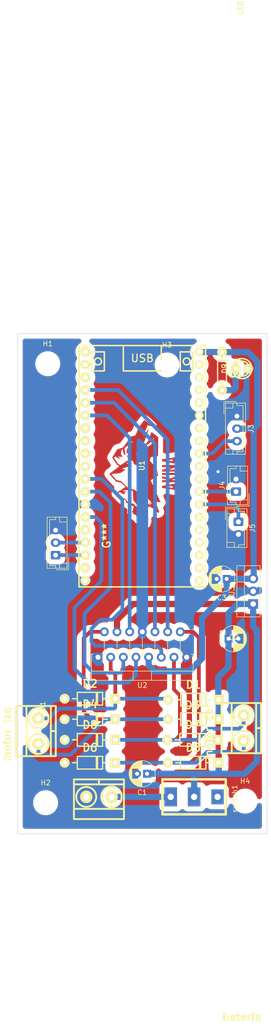
<source format=kicad_pcb>
(kicad_pcb (version 20211014) (generator pcbnew)
  (layers (0 "F.Cu" signal) (31 "B.Cu" signal) (34 "B.Paste" user) (35 "F.Paste" user) (36 "B.SilkS" user "B.Silkscreen") (37 "F.SilkS" user "F.Silkscreen") (38 "B.Mask" user) (39 "F.Mask" user) (44 "Edge.Cuts" user))
  (net 0 "")
  (net 1 "VCC")
  (net 2 "Net-(D1-Pad1)")
  (net 3 "Net-(D3-Pad1)")
  (net 4 "Net-(D5-Pad1)")
  (net 5 "Net-(D7-Pad1)")
  (net 6 "/pin_IR")
  (net 7 "GND")
  (net 8 "+BATT")
  (net 15 "/SERVO")
  (net 24 "+5V")
  (net 28 "/IN4")
  (net 29 "/IN3")
  (net 30 "/ENA")
  (net 32 "/IN1")
  (net 33 "/IN2")
  (net 34 "/ENB")
  (net 36 "/TX0")
  (net 37 "/LED_2")
  (net 38 "Net-(D9-Pad2)")
  (net 39 "/LED_1")
  (footprint "EESTN5:ESP32S" (layer "F.Cu") (at 138 86.51 90)
    (fp_text reference "U1")
    (fp_text value "ESP32_DEVKITC" hide)
  )
  (footprint "EESTN5:BORNERA2_AZUL" (layer "F.Cu") (at 129.3 152.62375 180)
    (fp_text reference "J2" hide)
    (fp_text value "bateria")
  )
  (footprint "EESTN5:DO-41" (layer "F.Cu") (at 148.25 137.1)
    (fp_text reference "D3")
    (fp_text value "1n4001" hide)
  )
  (footprint "ikani:ikani" (layer "F.Cu") (at 138 87.5 90)
    (fp_text reference "G***")
    (fp_text value "LOGO" hide)
  )
  (footprint "Package_TO_SOT_THT:TO-220-15_P2.54x2.54mm_StaggerEven_Lead4.58mm_Vertical" (layer "F.Cu") (at 146.895 124.7 180)
    (fp_text reference "U2")
    (fp_text value "L298(H)N")
  )
  (footprint "MountingHole:MountingHole_3mm" (layer "F.Cu") (at 119.03 66.02)
    (fp_text reference "H1")
    (fp_text value "MountingHole")
  )
  (footprint "EESTN5:DO-41" (layer "F.Cu") (at 148.25 133.2)
    (fp_text reference "D1")
    (fp_text value "1n4001" hide)
  )
  (footprint "MountingHole:MountingHole_3mm" (layer "F.Cu") (at 158.63 153.47)
    (fp_text reference "H4")
    (fp_text value "MountingHole")
  )
  (footprint "EESTN5:DO-41" (layer "F.Cu") (at 127.5 145.796)
    (fp_text reference "D6")
    (fp_text value "1n4001" hide)
  )
  (footprint "Connector_JST:JST_EH_B2B-EH-A_1x02_P2.50mm_Vertical" (layer "F.Cu") (at 156.82 91.59 90)
    (fp_text reference "J4")
    (fp_text value "Salida Led")
  )
  (footprint "EESTN5:DO-41" (layer "F.Cu") (at 127.5 141.224)
    (fp_text reference "D8")
    (fp_text value "1n4001" hide)
  )
  (footprint "Capacitor_THT:CP_Radial_D5.0mm_P2.00mm" (layer "F.Cu") (at 138.955113 148 180)
    (fp_text reference "C1")
    (fp_text value "220uf")
  )
  (footprint "EESTN5:RES0.3" (layer "F.Cu") (at 154 67.5 -90)
    (fp_text reference "R1")
    (fp_text value "1k" hide)
  )
  (footprint "EESTN5:BORNERA2_AZUL" (layer "F.Cu") (at 158.34 138.88 90)
    (fp_text reference "J7" hide)
    (fp_text value "motor der")
  )
  (footprint "Connector_JST:JST_EH_B3B-EH-A_1x03_P2.50mm_Vertical" (layer "F.Cu") (at 120.6 104.3 90)
    (fp_text reference "J1")
    (fp_text value "salida emisor")
  )
  (footprint "MountingHole:MountingHole_3mm" (layer "F.Cu") (at 118.6 153.8)
    (fp_text reference "H2")
    (fp_text value "MountingHole")
  )
  (footprint "EESTN5:DO-41" (layer "F.Cu") (at 127.5 137.1)
    (fp_text reference "D4")
    (fp_text value "1n4001" hide)
  )
  (footprint "Capacitor_THT:CP_Radial_D5.0mm_P2.00mm" (layer "F.Cu") (at 154.93 109.05 180)
    (fp_text reference "C3")
    (fp_text value "220uf")
  )
  (footprint "MountingHole:MountingHole_3mm" (layer "F.Cu") (at 142.96 66.26)
    (fp_text reference "H3")
    (fp_text value "MountingHole")
  )
  (footprint "Capacitor_THT:CP_Radial_D5.0mm_P2.00mm" (layer "F.Cu") (at 155.3 121)
    (fp_text reference "C2")
    (fp_text value "10uf")
  )
  (footprint "EESTN5:led_3mm_clear" (layer "F.Cu") (at 158 67 -90)
    (fp_text reference "D9")
    (fp_text value "LED")
  )
  (footprint "EESTN5:DO-41" (layer "F.Cu") (at 148.209 145.796)
    (fp_text reference "D5")
    (fp_text value "1n4001" hide)
  )
  (footprint "EESTN5:DO-41" (layer "F.Cu") (at 148.082 141.224)
    (fp_text reference "D7")
    (fp_text value "1n4001" hide)
  )
  (footprint "EESTN5:DO-41" (layer "F.Cu") (at 127.5 133)
    (fp_text reference "D2")
    (fp_text value "1n4001" hide)
  )
  (footprint "Connector_JST:JST_EH_B2B-EH-A_1x02_P2.50mm_Vertical" (layer "F.Cu") (at 157.29 97.63 -90)
    (fp_text reference "J5")
    (fp_text value "Salida led")
  )
  (footprint "Package_TO_SOT_THT:TO-220-3_Vertical" (layer "F.Cu") (at 160.25 114.06 90)
    (fp_text reference "U3")
    (fp_text value "LM78M05")
  )
  (footprint "EESTN5:BORNERA2_AZUL" (layer "F.Cu") (at 117.15 139.47 90)
    (fp_text reference "J6" hide)
    (fp_text value "motor izq")
  )
  (footprint "Connector_JST:JST_EH_B3B-EH-A_1x03_P2.50mm_Vertical" (layer "F.Cu") (at 157 76.5 -90)
    (fp_text reference "J3")
    (fp_text value "Salida Servo")
  )
  (footprint "EESTN5:SW_SPDT_TH_Vertical" (layer "F.Cu") (at 148.4 152.62375 -90)
    (fp_text reference "switch1")
    (fp_text value "SW_SPDT" hide)
  )
  (gr_rect (start 113 60) (end 163 160) (layer "Edge.Cuts") (width 0.1) (fill none))
  (segment (start 132.925 117.265) (end 136.13 114.06) (width 1.25) (layer "F.Cu") (net 1))
  (segment (start 136.13 114.06) (end 160.25 114.06) (width 1.25) (layer "F.Cu") (net 1))
  (segment (start 153.33 137.1) (end 153.33 145.7) (width 1.25) (layer "F.Cu") (net 1))
  (segment (start 132.925 119.62) (end 132.925 117.265) (width 1.25) (layer "F.Cu") (net 1))
  (segment (start 155.3 126.61) (end 153.755 128.155) (width 1.25) (layer "B.Cu") (net 1))
  (segment (start 155.3 121) (end 155.3 126.61) (width 1.25) (layer "B.Cu") (net 1))
  (segment (start 152.9 148) (end 151.4 148) (width 1.25) (layer "B.Cu") (net 1))
  (segment (start 151.4 148) (end 148.2032 148) (width 1.25) (layer "B.Cu") (net 1))
  (segment (start 153.25 132.92) (end 153.33 133) (width 1.25) (layer "B.Cu") (net 1))
  (segment (start 148.4 148.1968) (end 148.4 152.62375) (width 1.25) (layer "B.Cu") (net 1))
  (segment (start 152.9 148) (end 152.9005 147.9995) (width 1.25) (layer "B.Cu") (net 1))
  (segment (start 153.755 128.155) (end 153.25 128.66) (width 1.25) (layer "B.Cu") (net 1))
  (segment (start 157.14 114.06) (end 155.3 115.9) (width 1.25) (layer "B.Cu") (net 1))
  (segment (start 153.33 133) (end 153.33 137) (width 1.25) (layer "B.Cu") (net 1))
  (segment (start 148.2032 148) (end 138.955113 148) (width 1.25) (layer "B.Cu") (net 1))
  (segment (start 155.3 115.9) (end 155.3 121) (width 1.25) (layer "B.Cu") (net 1))
  (segment (start 151.424728 148.024728) (end 151.4 148) (width 0.75) (layer "B.Cu") (net 1))
  (segment (start 153.33 147.57) (end 153.33 145.7) (width 1.25) (layer "B.Cu") (net 1))
  (segment (start 152.9005 147.9995) (end 158.5405 147.9995) (width 1.25) (layer "B.Cu") (net 1))
  (segment (start 160.25 118.55) (end 160.25 114.06) (width 1.25) (layer "B.Cu") (net 1))
  (segment (start 148.2032 148) (end 148.4 148.1968) (width 1.25) (layer "B.Cu") (net 1))
  (segment (start 153.25 128.66) (end 153.25 132.92) (width 1.25) (layer "B.Cu") (net 1))
  (segment (start 160.25 114.06) (end 160.21 114.1) (width 1.25) (layer "B.Cu") (net 1))
  (segment (start 161 119.3) (end 160.25 118.55) (width 1.25) (layer "B.Cu") (net 1))
  (segment (start 160.25 114.06) (end 157.14 114.06) (width 1.25) (layer "B.Cu") (net 1))
  (segment (start 161 145.54) (end 161 119.3) (width 1.25) (layer "B.Cu") (net 1))
  (segment (start 153.2 147.7) (end 153.33 147.57) (width 1.25) (layer "B.Cu") (net 1))
  (segment (start 153.2 147.7) (end 152.9 148) (width 1.25) (layer "B.Cu") (net 1))
  (segment (start 158.5405 147.9995) (end 161 145.54) (width 1.25) (layer "B.Cu") (net 1))
  (segment (start 132.6 128.2) (end 132.58 128.22) (width 0.75) (layer "F.Cu") (net 2))
  (segment (start 132.58 128.22) (end 132.58 133) (width 0.75) (layer "F.Cu") (net 2))
  (segment (start 131.655 127.255) (end 132.6 128.2) (width 0.75) (layer "F.Cu") (net 2))
  (segment (start 131.655 124.7) (end 131.655 127.255) (width 0.75) (layer "F.Cu") (net 2))
  (segment (start 132.58 133) (end 142.97 133) (width 0.75) (layer "B.Cu") (net 2))
  (segment (start 117.15 136.93) (end 119.27 136.93) (width 0.75) (layer "B.Cu") (net 2))
  (segment (start 142.97 133) (end 143.17 133.2) (width 0.75) (layer "B.Cu") (net 2))
  (segment (start 121.23 134.97) (end 132.35 134.97) (width 0.75) (layer "B.Cu") (net 2))
  (segment (start 132.58 134.74) (end 132.58 133) (width 0.75) (layer "B.Cu") (net 2))
  (segment (start 119.27 136.93) (end 121.23 134.97) (width 0.75) (layer "B.Cu") (net 2))
  (segment (start 132.35 134.97) (end 132.58 134.74) (width 0.75) (layer "B.Cu") (net 2))
  (segment (start 126.238 120.904) (end 127.522 119.62) (width 0.75) (layer "F.Cu") (net 3))
  (segment (start 126.238 135.509) (end 126.238 120.904) (width 0.75) (layer "F.Cu") (net 3))
  (segment (start 127.829 137.1) (end 126.238 135.509) (width 0.75) (layer "F.Cu") (net 3))
  (segment (start 132.58 137.1) (end 127.829 137.1) (width 0.75) (layer "F.Cu") (net 3))
  (segment (start 127.522 119.62) (end 130.385 119.62) (width 0.75) (layer "F.Cu") (net 3))
  (segment (start 123.6 144.2) (end 130.7 137.1) (width 0.75) (layer "B.Cu") (net 3))
  (segment (start 117.15 142.01) (end 117.15 143.75) (width 0.75) (layer "B.Cu") (net 3))
  (segment (start 117.15 143.75) (end 117.6 144.2) (width 0.75) (layer "B.Cu") (net 3))
  (segment (start 130.7 137.1) (end 132.58 137.1) (width 0.75) (layer "B.Cu") (net 3))
  (segment (start 132.78 137) (end 132.58 136.8) (width 0.75) (layer "B.Cu") (net 3))
  (segment (start 117.6 144.2) (end 123.6 144.2) (width 0.75) (layer "B.Cu") (net 3))
  (segment (start 132.58 137.1) (end 143.17 137.1) (width 0.75) (layer "B.Cu") (net 3))
  (segment (start 145.625 119.62) (end 148.195 119.62) (width 0.75) (layer "F.Cu") (net 4))
  (segment (start 149.352 144.145) (end 147.701 145.796) (width 0.75) (layer "F.Cu") (net 4))
  (segment (start 147.701 145.796) (end 143.129 145.796) (width 0.75) (layer "F.Cu") (net 4))
  (segment (start 148.195 119.62) (end 149.352 120.777) (width 0.75) (layer "F.Cu") (net 4))
  (segment (start 149.352 120.777) (end 149.352 144.145) (width 0.75) (layer "F.Cu") (net 4))
  (segment (start 158.34 143.412) (end 158.34 141.42) (width 0.75) (layer "B.Cu") (net 4))
  (segment (start 143.129 145.796) (end 148.844 145.796) (width 0.75) (layer "B.Cu") (net 4))
  (segment (start 132.58 145.796) (end 143.129 145.796) (width 0.75) (layer "B.Cu") (net 4))
  (segment (start 158.115 143.637) (end 158.34 143.412) (width 0.75) (layer "B.Cu") (net 4))
  (segment (start 151.003 143.637) (end 158.115 143.637) (width 0.75) (layer "B.Cu") (net 4))
  (segment (start 148.844 145.796) (end 151.003 143.637) (width 0.75) (layer "B.Cu") (net 4))
  (segment (start 145.542 132.334) (end 145.542 140.335) (width 0.75) (layer "F.Cu") (net 5))
  (segment (start 144.653 141.224) (end 143.002 141.224) (width 0.75) (layer "F.Cu") (net 5))
  (segment (start 144.355 124.7) (end 144.355 131.147) (width 0.75) (layer "F.Cu") (net 5))
  (segment (start 145.542 140.335) (end 144.653 141.224) (width 0.75) (layer "F.Cu") (net 5))
  (segment (start 144.355 131.147) (end 145.542 132.334) (width 0.75) (layer "F.Cu") (net 5))
  (segment (start 157.418 139) (end 158.34 138.078) (width 0.75) (layer "B.Cu") (net 5))
  (segment (start 143.002 141.224) (end 148.971 141.224) (width 0.75) (layer "B.Cu") (net 5))
  (segment (start 132.58 141.224) (end 143.002 141.224) (width 0.75) (layer "B.Cu") (net 5))
  (segment (start 151.195 139) (end 157.418 139) (width 0.75) (layer "B.Cu") (net 5))
  (segment (start 148.971 141.224) (end 151.195 139) (width 0.75) (layer "B.Cu") (net 5))
  (segment (start 158.34 138.078) (end 158.34 136.34) (width 0.75) (layer "B.Cu") (net 5))
  (segment (start 126.56 104.28) (end 126.57 104.29) (width 0.75) (layer "B.Cu") (net 6))
  (segment (start 120.62 104.28) (end 126.56 104.28) (width 0.75) (layer "B.Cu") (net 6))
  (segment (start 120.6 104.3) (end 120.62 104.28) (width 0.75) (layer "B.Cu") (net 6))
  (via (at 153.2 87.6) (size 2) (drill 0.6) (layers "F.Cu" "B.Cu") (net 7))
  (segment (start 131.84 152.62375) (end 143.7 152.62375) (width 1.25) (layer "B.Cu") (net 8))
  (segment (start 154.5 81.5) (end 157 81.5) (width 0.75) (layer "B.Cu") (net 15))
  (segment (start 149.43 83.97) (end 152.03 83.97) (width 0.75) (layer "B.Cu") (net 15))
  (segment (start 152.03 83.97) (end 154.5 81.5) (width 0.75) (layer "B.Cu") (net 15))
  (segment (start 139.275 126.321) (end 140.462 127.508) (width 1.25) (layer "B.Cu") (net 24))
  (segment (start 154 63.69) (end 149.47 63.69) (width 1.25) (layer "B.Cu") (net 24))
  (segment (start 161.094001 78.330999) (end 161.094001 65.594001) (width 1.25) (layer "B.Cu") (net 24))
  (segment (start 160.21 109.02) (end 160.25 108.98) (width 1.25) (layer "B.Cu") (net 24))
  (segment (start 147.447 127.508) (end 149.987 124.968) (width 1.25) (layer "B.Cu") (net 24))
  (segment (start 139.275 124.7) (end 139.275 126.321) (width 1.25) (layer "B.Cu") (net 24))
  (segment (start 157 79) (end 160.425 79) (width 1.25) (layer "B.Cu") (net 24))
  (segment (start 149.987 116.84) (end 154.93 111.897) (width 1.25) (layer "B.Cu") (net 24))
  (segment (start 153.96 63.65) (end 154 63.69) (width 1.25) (layer "B.Cu") (net 24))
  (segment (start 154.93 111.897) (end 154.93 109.05) (width 1.25) (layer "B.Cu") (net 24))
  (segment (start 154.96 109.02) (end 160.21 109.02) (width 1.25) (layer "B.Cu") (net 24))
  (segment (start 149.987 124.968) (end 149.987 116.84) (width 1.25) (layer "B.Cu") (net 24))
  (segment (start 159.19 63.69) (end 154 63.69) (width 1.25) (layer "B.Cu") (net 24))
  (segment (start 160.35 108.88) (end 160.35 79.25) (width 1.25) (layer "B.Cu") (net 24))
  (segment (start 149.47 63.69) (end 149.43 63.65) (width 1.25) (layer "B.Cu") (net 24))
  (segment (start 160.25 108.98) (end 160.35 108.88) (width 1.25) (layer "B.Cu") (net 24))
  (segment (start 160.425 79) (end 161.094001 78.330999) (width 1.25) (layer "B.Cu") (net 24))
  (segment (start 154.93 109.05) (end 154.96 109.02) (width 1.25) (layer "B.Cu") (net 24))
  (segment (start 161.094001 65.594001) (end 159.19 63.69) (width 1.25) (layer "B.Cu") (net 24))
  (segment (start 140.462 127.508) (end 147.447 127.508) (width 1.25) (layer "B.Cu") (net 24))
  (segment (start 133.1444 71.27) (end 143.085 81.2106) (width 0.75) (layer "B.Cu") (net 28))
  (segment (start 143.085 81.2106) (end 143.085 119.62) (width 0.75) (layer "B.Cu") (net 28))
  (segment (start 126.57 71.27) (end 133.1444 71.27) (width 0.75) (layer "B.Cu") (net 28))
  (segment (start 132.3316 73.81) (end 126.57 73.81) (width 0.75) (layer "B.Cu") (net 29))
  (segment (start 140.545 119.62) (end 140.545 82.0234) (width 0.75) (layer "B.Cu") (net 29))
  (segment (start 140.545 82.0234) (end 132.3316 73.81) (width 0.75) (layer "B.Cu") (net 29))
  (segment (start 135.465 119.62) (end 135.465 80.8804) (width 0.75) (layer "B.Cu") (net 30))
  (segment (start 130.9346 76.35) (end 126.57 76.35) (width 0.75) (layer "B.Cu") (net 30))
  (segment (start 135.465 80.8804) (end 130.9346 76.35) (width 0.75) (layer "B.Cu") (net 30))
  (segment (start 126.4 126) (end 128.2 127.8) (width 0.75) (layer "B.Cu") (net 32))
  (segment (start 126.57 91.59) (end 129.39 91.59) (width 0.75) (layer "B.Cu") (net 32))
  (segment (start 129.39 91.59) (end 131.6 93.8) (width 0.75) (layer "B.Cu") (net 32))
  (segment (start 128.2 127.8) (end 133.6 127.8) (width 0.75) (layer "B.Cu") (net 32))
  (segment (start 131.6 110.8) (end 126.4 116) (width 0.75) (layer "B.Cu") (net 32))
  (segment (start 133.6 127.8) (end 134.195 127.205) (width 0.75) (layer "B.Cu") (net 32))
  (segment (start 126.4 116) (end 126.4 126) (width 0.75) (layer "B.Cu") (net 32))
  (segment (start 134.195 127.205) (end 134.195 124.7) (width 0.75) (layer "B.Cu") (net 32))
  (segment (start 131.6 93.8) (end 131.6 110.8) (width 0.75) (layer "B.Cu") (net 32))
  (segment (start 136.735 128.265) (end 135.2 129.8) (width 0.75) (layer "B.Cu") (net 33))
  (segment (start 129.8 109.4) (end 129.8 97.8) (width 0.75) (layer "B.Cu") (net 33))
  (segment (start 124.4 127) (end 124.4 114.8) (width 0.75) (layer "B.Cu") (net 33))
  (segment (start 135.2 129.8) (end 127.2 129.8) (width 0.75) (layer "B.Cu") (net 33))
  (segment (start 136.735 124.7) (end 136.735 128.265) (width 0.75) (layer "B.Cu") (net 33))
  (segment (start 128.67 96.67) (end 126.57 96.67) (width 0.75) (layer "B.Cu") (net 33))
  (segment (start 127.2 129.8) (end 124.4 127) (width 0.75) (layer "B.Cu") (net 33))
  (segment (start 129.8 97.8) (end 128.67 96.67) (width 0.75) (layer "B.Cu") (net 33))
  (segment (start 124.4 114.8) (end 129.8 109.4) (width 0.75) (layer "B.Cu") (net 33))
  (segment (start 127.8 121.6) (end 127.8 119) (width 0.75) (layer "B.Cu") (net 34))
  (segment (start 128.6 122.4) (end 127.8 121.6) (width 0.75) (layer "B.Cu") (net 34))
  (segment (start 141.815 124.7) (end 141.815 123.215) (width 0.75) (layer "B.Cu") (net 34))
  (segment (start 127.8 119) (end 129.6 117.2) (width 0.75) (layer "B.Cu") (net 34))
  (segment (start 132 117.2) (end 134 115.2) (width 0.75) (layer "B.Cu") (net 34))
  (segment (start 129.6 117.2) (end 132 117.2) (width 0.75) (layer "B.Cu") (net 34))
  (segment (start 134 115.2) (end 134 93.2) (width 0.75) (layer "B.Cu") (net 34))
  (segment (start 141 122.4) (end 128.6 122.4) (width 0.75) (layer "B.Cu") (net 34))
  (segment (start 129.85 89.05) (end 126.57 89.05) (width 0.75) (layer "B.Cu") (net 34))
  (segment (start 141.815 123.215) (end 141 122.4) (width 0.75) (layer "B.Cu") (net 34))
  (segment (start 134 93.2) (end 129.85 89.05) (width 0.75) (layer "B.Cu") (net 34))
  (segment (start 126.54 101.78) (end 126.57 101.75) (width 0.75) (layer "B.Cu") (net 36))
  (segment (start 120.62 101.78) (end 126.54 101.78) (width 0.75) (layer "B.Cu") (net 36))
  (segment (start 120.6 101.8) (end 120.62 101.78) (width 0.75) (layer "B.Cu") (net 36))
  (segment (start 156.66 94.13) (end 157.29 94.76) (width 0.75) (layer "B.Cu") (net 37))
  (segment (start 157.29 94.76) (end 157.29 97.63) (width 0.75) (layer "B.Cu") (net 37))
  (segment (start 149.43 94.13) (end 156.66 94.13) (width 0.75) (layer "B.Cu") (net 37))
  (segment (start 156.29 71.31) (end 156.73 70.87) (width 1.25) (layer "B.Cu") (net 38))
  (segment (start 156.73 70.87) (end 156.73 67) (width 1.25) (layer "B.Cu") (net 38))
  (segment (start 154 71.31) (end 156.29 71.31) (width 1.25) (layer "B.Cu") (net 38))
  (segment (start 149.43 91.59) (end 156.82 91.59) (width 0.75) (layer "B.Cu") (net 39))
  (zone (net 7) (net_name "GND") (layers F&B.Cu) (connect_pads yes (clearance 1)) (min_thickness 1) (fill yes (thermal_gap 1) (thermal_bridge_width 1))
    (polygon (pts (xy 163 160) (xy 113 160) (xy 113 60) (xy 163 60)))
  )
)
</source>
